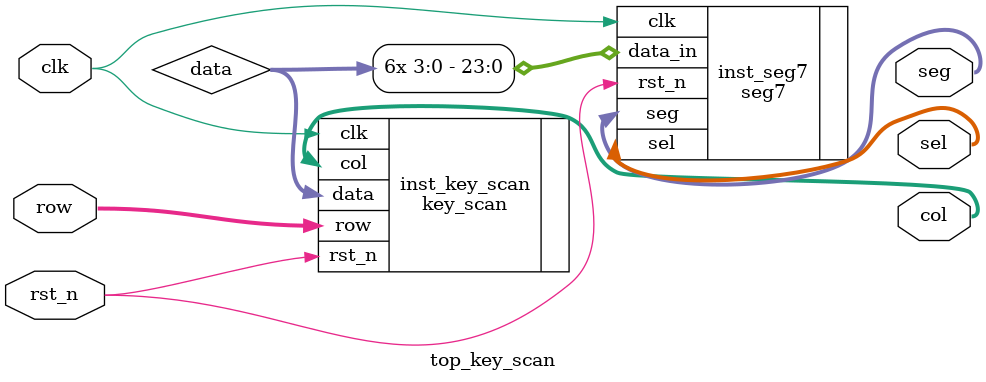
<source format=v>
module top_key_scan (
	input clk,    // Clock
	input [3:0] row,
	input rst_n,  // Asynchronous reset active low
	// output flag,
	output [3:0]col,
	output [7:0] seg,
	output [2:0] sel
);


	
	// wire [3:0] col;
	// wire flag;
	wire [3:0] data;

	key_scan inst_key_scan (
			.clk   (clk),
			.rst_n (rst_n),
			.row   (row),
			.col   (col),
			// .flag  (flag),
			.data  (data)
		);

	// seg7 inst_seg7 (
	// 	.clk_1k(clk), 
	// 	.rst_n(rst_n),
	// 	.datain({data,data,data,data,data,data}), 
	// 	.sel(sel), 
	// 	.seg(seg)
	// 	);


	seg7 inst_seg7 (
		.clk(clk), 
		.rst_n(rst_n), 
		.data_in({data,data,data,data,data,data}), 
		.sel(sel), 
		.seg(seg));

endmodule
</source>
